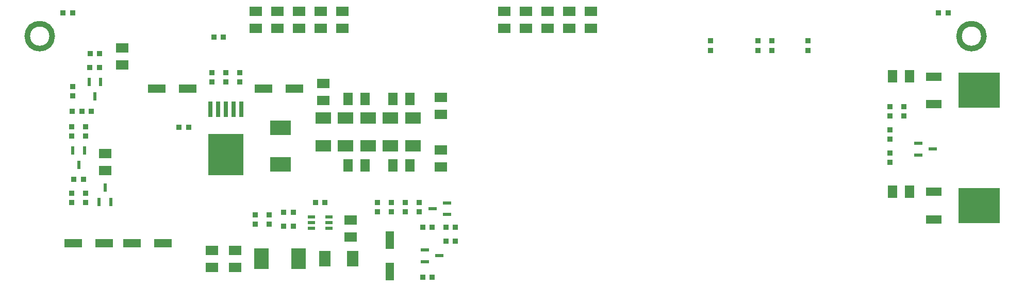
<source format=gbp>
G04*
G04 #@! TF.GenerationSoftware,Altium Limited,Altium Designer,22.1.2 (22)*
G04*
G04 Layer_Color=128*
%FSLAX25Y25*%
%MOIN*%
G70*
G04*
G04 #@! TF.SameCoordinates,8EE64DC1-8580-4971-BFB0-55DE03F2C5D5*
G04*
G04*
G04 #@! TF.FilePolarity,Positive*
G04*
G01*
G75*
%ADD34C,0.03700*%
%ADD35R,0.05709X0.02362*%
%ADD36R,0.03347X0.03347*%
%ADD37R,0.02362X0.05709*%
%ADD38R,0.05724X0.11417*%
%ADD39R,0.11417X0.05724*%
%ADD40R,0.03347X0.03347*%
%ADD41R,0.08000X0.06000*%
%ADD42R,0.07287X0.09843*%
%ADD43R,0.04500X0.02400*%
%ADD44R,0.09685X0.13780*%
%ADD45R,0.13780X0.09685*%
%ADD46R,0.03150X0.10236*%
%ADD47R,0.22835X0.26775*%
%ADD48R,0.09843X0.07287*%
%ADD49R,0.26775X0.22835*%
%ADD50R,0.10236X0.05512*%
%ADD51R,0.06000X0.08000*%
%ADD52C,0.03000*%
D34*
X653731Y180610D02*
G03*
X653731Y180610I-8062J0D01*
G01*
X51369D02*
G03*
X51369Y180610I-8062J0D01*
G01*
D35*
X297374Y69000D02*
D03*
X306626Y65260D02*
D03*
Y72740D02*
D03*
X292374Y34760D02*
D03*
Y42240D02*
D03*
X301626Y38500D02*
D03*
X620626Y107500D02*
D03*
X611374Y111240D02*
D03*
Y103760D02*
D03*
D36*
X306000Y57000D02*
D03*
X312102D02*
D03*
X290949Y24500D02*
D03*
X297051D02*
D03*
X207209Y66501D02*
D03*
X201107D02*
D03*
X227709Y73001D02*
D03*
X221607D02*
D03*
X207209Y57501D02*
D03*
X201107D02*
D03*
X297051Y57000D02*
D03*
X290949D02*
D03*
X312000Y48000D02*
D03*
X305898D02*
D03*
X139500Y121500D02*
D03*
X133398D02*
D03*
X64551Y195500D02*
D03*
X58449D02*
D03*
X624449D02*
D03*
X630551D02*
D03*
X75874Y169449D02*
D03*
X81976D02*
D03*
X75772Y160449D02*
D03*
X81874D02*
D03*
X65449Y88000D02*
D03*
X71551D02*
D03*
X70500Y132000D02*
D03*
X64398D02*
D03*
X76602D02*
D03*
X155949Y180000D02*
D03*
X162051D02*
D03*
D37*
X64760Y106575D02*
D03*
X72240D02*
D03*
X68500Y97323D02*
D03*
X89240Y73425D02*
D03*
X81760D02*
D03*
X85500Y82677D02*
D03*
X75134Y151075D02*
D03*
X82614D02*
D03*
X78874Y141823D02*
D03*
D38*
X269660Y48541D02*
D03*
Y28462D02*
D03*
D39*
X118960Y146502D02*
D03*
X139039D02*
D03*
X187960D02*
D03*
X208039D02*
D03*
X123039Y46500D02*
D03*
X102961D02*
D03*
X85039D02*
D03*
X64961D02*
D03*
D40*
X270500Y73051D02*
D03*
Y66949D02*
D03*
X64500Y142000D02*
D03*
Y148102D02*
D03*
X182658Y65052D02*
D03*
Y58950D02*
D03*
X191658Y65052D02*
D03*
Y58950D02*
D03*
X261500Y67000D02*
D03*
Y73102D02*
D03*
X279500Y73051D02*
D03*
Y66949D02*
D03*
X288500D02*
D03*
Y73051D02*
D03*
X163500Y151000D02*
D03*
Y157102D02*
D03*
X172500D02*
D03*
Y151000D02*
D03*
X154500Y157102D02*
D03*
Y151000D02*
D03*
X602000Y135051D02*
D03*
Y128949D02*
D03*
X593000Y135051D02*
D03*
Y128949D02*
D03*
Y113898D02*
D03*
Y120000D02*
D03*
X477000Y177551D02*
D03*
Y171449D02*
D03*
X64000Y79000D02*
D03*
Y72898D02*
D03*
X593000Y105051D02*
D03*
Y98949D02*
D03*
X507500Y171398D02*
D03*
Y177500D02*
D03*
X73000Y115898D02*
D03*
Y122000D02*
D03*
X64000Y115898D02*
D03*
Y122000D02*
D03*
X73000Y79000D02*
D03*
Y72898D02*
D03*
X516500Y171449D02*
D03*
Y177551D02*
D03*
X540000D02*
D03*
Y171449D02*
D03*
D41*
X154500Y42000D02*
D03*
Y31000D02*
D03*
X169500Y42000D02*
D03*
Y31000D02*
D03*
X244158Y50501D02*
D03*
Y61501D02*
D03*
X302500Y130000D02*
D03*
Y141000D02*
D03*
X85500Y104500D02*
D03*
Y93500D02*
D03*
X239000Y185500D02*
D03*
Y196500D02*
D03*
X211000D02*
D03*
Y185500D02*
D03*
X225000D02*
D03*
Y196500D02*
D03*
X197000D02*
D03*
Y185500D02*
D03*
X343500D02*
D03*
Y196500D02*
D03*
X385500D02*
D03*
Y185500D02*
D03*
X357500D02*
D03*
Y196500D02*
D03*
X371500D02*
D03*
Y185500D02*
D03*
X302500Y107000D02*
D03*
Y96000D02*
D03*
X226500Y139000D02*
D03*
Y150000D02*
D03*
X96500Y162000D02*
D03*
Y173000D02*
D03*
X183000Y185500D02*
D03*
Y196500D02*
D03*
X399500Y185500D02*
D03*
Y196500D02*
D03*
D42*
X245658Y36501D02*
D03*
X227658D02*
D03*
D43*
X219108Y56261D02*
D03*
Y60001D02*
D03*
Y63741D02*
D03*
X230208D02*
D03*
Y60001D02*
D03*
Y56261D02*
D03*
D44*
X210587Y36501D02*
D03*
X186729D02*
D03*
D45*
X199000Y121429D02*
D03*
Y97571D02*
D03*
D46*
X153500Y133181D02*
D03*
X158500D02*
D03*
X163500D02*
D03*
X168500D02*
D03*
X173500D02*
D03*
D47*
X163500Y104046D02*
D03*
D48*
X226500Y127500D02*
D03*
Y109500D02*
D03*
X284500Y127500D02*
D03*
Y109500D02*
D03*
X270000D02*
D03*
Y127500D02*
D03*
X255500D02*
D03*
Y109500D02*
D03*
X241000D02*
D03*
Y127500D02*
D03*
D49*
X650500Y145500D02*
D03*
Y71000D02*
D03*
D50*
X621364Y154496D02*
D03*
Y136504D02*
D03*
Y79996D02*
D03*
Y62004D02*
D03*
D51*
X594500Y154500D02*
D03*
X605500D02*
D03*
X594500Y80000D02*
D03*
X605500D02*
D03*
X271500Y140000D02*
D03*
X282500D02*
D03*
X253500D02*
D03*
X242500D02*
D03*
X282500Y97000D02*
D03*
X271500D02*
D03*
X253500D02*
D03*
X242500D02*
D03*
D52*
X653731Y180610D02*
D03*
X51369D02*
D03*
M02*

</source>
